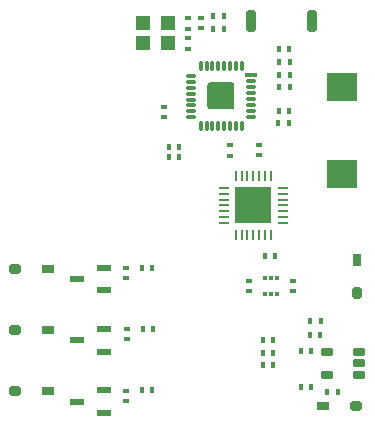
<source format=gbp>
G04*
G04 #@! TF.GenerationSoftware,Altium Limited,Altium Designer,23.4.1 (23)*
G04*
G04 Layer_Color=128*
%FSLAX25Y25*%
%MOIN*%
G70*
G04*
G04 #@! TF.SameCoordinates,8CB6A174-BB40-4334-975E-19112FE07875*
G04*
G04*
G04 #@! TF.FilePolarity,Positive*
G04*
G01*
G75*
%ADD42R,0.01575X0.01968*%
%ADD43R,0.01968X0.01575*%
%ADD44R,0.01181X0.01772*%
%ADD45R,0.03937X0.01181*%
%ADD46O,0.03937X0.01181*%
%ADD47O,0.01181X0.03937*%
G04:AMPARAMS|DCode=48|XSize=90mil|YSize=90mil|CornerRadius=9mil|HoleSize=0mil|Usage=FLASHONLY|Rotation=180.000|XOffset=0mil|YOffset=0mil|HoleType=Round|Shape=RoundedRectangle|*
%AMROUNDEDRECTD48*
21,1,0.09000,0.07200,0,0,180.0*
21,1,0.07200,0.09000,0,0,180.0*
1,1,0.01800,-0.03600,0.03600*
1,1,0.01800,0.03600,0.03600*
1,1,0.01800,0.03600,-0.03600*
1,1,0.01800,-0.03600,-0.03600*
%
%ADD48ROUNDEDRECTD48*%
G04:AMPARAMS|DCode=49|XSize=39.37mil|YSize=31.5mil|CornerRadius=0mil|HoleSize=0mil|Usage=FLASHONLY|Rotation=180.000|XOffset=0mil|YOffset=0mil|HoleType=Round|Shape=Octagon|*
%AMOCTAGOND49*
4,1,8,-0.01968,0.00787,-0.01968,-0.00787,-0.01181,-0.01575,0.01181,-0.01575,0.01968,-0.00787,0.01968,0.00787,0.01181,0.01575,-0.01181,0.01575,-0.01968,0.00787,0.0*
%
%ADD49OCTAGOND49*%

%ADD50R,0.03937X0.03150*%
%ADD51R,0.04724X0.01968*%
%ADD52R,0.10236X0.09449*%
%ADD53R,0.05118X0.04724*%
%ADD54O,0.03740X0.00787*%
%ADD55O,0.00787X0.03740*%
%ADD56R,0.12323X0.12323*%
G04:AMPARAMS|DCode=57|XSize=39.37mil|YSize=31.5mil|CornerRadius=0mil|HoleSize=0mil|Usage=FLASHONLY|Rotation=270.000|XOffset=0mil|YOffset=0mil|HoleType=Round|Shape=Octagon|*
%AMOCTAGOND57*
4,1,8,-0.00787,-0.01968,0.00787,-0.01968,0.01575,-0.01181,0.01575,0.01181,0.00787,0.01968,-0.00787,0.01968,-0.01575,0.01181,-0.01575,-0.01181,-0.00787,-0.01968,0.0*
%
%ADD57OCTAGOND57*%

%ADD58R,0.03150X0.03937*%
G04:AMPARAMS|DCode=59|XSize=31.5mil|YSize=70.87mil|CornerRadius=7.87mil|HoleSize=0mil|Usage=FLASHONLY|Rotation=0.000|XOffset=0mil|YOffset=0mil|HoleType=Round|Shape=RoundedRectangle|*
%AMROUNDEDRECTD59*
21,1,0.03150,0.05512,0,0,0.0*
21,1,0.01575,0.07087,0,0,0.0*
1,1,0.01575,0.00787,-0.02756*
1,1,0.01575,-0.00787,-0.02756*
1,1,0.01575,-0.00787,0.02756*
1,1,0.01575,0.00787,0.02756*
%
%ADD59ROUNDEDRECTD59*%
G04:AMPARAMS|DCode=60|XSize=23.62mil|YSize=39.37mil|CornerRadius=2.01mil|HoleSize=0mil|Usage=FLASHONLY|Rotation=90.000|XOffset=0mil|YOffset=0mil|HoleType=Round|Shape=RoundedRectangle|*
%AMROUNDEDRECTD60*
21,1,0.02362,0.03535,0,0,90.0*
21,1,0.01961,0.03937,0,0,90.0*
1,1,0.00402,0.01768,0.00980*
1,1,0.00402,0.01768,-0.00980*
1,1,0.00402,-0.01768,-0.00980*
1,1,0.00402,-0.01768,0.00980*
%
%ADD60ROUNDEDRECTD60*%
D42*
X103771Y-23600D02*
D03*
X100425Y-23600D02*
D03*
X103771Y-27100D02*
D03*
X100425Y-27100D02*
D03*
X147675Y-91800D02*
D03*
X144329D02*
D03*
X131725Y-92300D02*
D03*
X135071Y-92300D02*
D03*
X131725Y-96500D02*
D03*
X135071Y-96500D02*
D03*
X131725Y-88100D02*
D03*
X135071Y-88100D02*
D03*
X91525Y-63900D02*
D03*
X94871Y-63900D02*
D03*
X118771Y15500D02*
D03*
X115228Y15500D02*
D03*
X118771Y20000D02*
D03*
X115228Y20000D02*
D03*
X137129Y450D02*
D03*
X140672Y450D02*
D03*
X132529Y-59900D02*
D03*
X135875Y-59900D02*
D03*
X95071Y-84500D02*
D03*
X91725Y-84500D02*
D03*
X94771Y-104800D02*
D03*
X91425D02*
D03*
X140472Y-15800D02*
D03*
X136929Y-15800D02*
D03*
X140471Y-11600D02*
D03*
X137125Y-11600D02*
D03*
X137225Y8900D02*
D03*
X140571D02*
D03*
X137129Y4600D02*
D03*
X140672Y4600D02*
D03*
X137129Y-3700D02*
D03*
X140672Y-3700D02*
D03*
X144329Y-103600D02*
D03*
X147675D02*
D03*
X153128Y-105300D02*
D03*
X156671Y-105300D02*
D03*
X150972Y-86300D02*
D03*
X147429Y-86300D02*
D03*
X151072Y-81700D02*
D03*
X147529Y-81700D02*
D03*
D43*
X127100Y-68229D02*
D03*
X127100Y-71575D02*
D03*
X141700Y-71671D02*
D03*
X141700Y-68325D02*
D03*
X86200Y-67275D02*
D03*
Y-63929D02*
D03*
X130600Y-26475D02*
D03*
X130600Y-23129D02*
D03*
X106913Y15729D02*
D03*
X106913Y19272D02*
D03*
X106912Y12571D02*
D03*
X106913Y9028D02*
D03*
X98900Y-13771D02*
D03*
X98900Y-10228D02*
D03*
X120800Y-23029D02*
D03*
X120800Y-26572D02*
D03*
X86400Y-84429D02*
D03*
Y-87775D02*
D03*
X86000Y-104929D02*
D03*
Y-108275D02*
D03*
X111113Y19200D02*
D03*
X111113Y15854D02*
D03*
D44*
X136469Y-67354D02*
D03*
X134500Y-67354D02*
D03*
X132532D02*
D03*
X132532Y-72669D02*
D03*
X134500D02*
D03*
X136469D02*
D03*
D45*
X127853Y192D02*
D03*
D46*
Y-1777D02*
D03*
Y-3746D02*
D03*
Y-5715D02*
D03*
Y-7684D02*
D03*
Y-9653D02*
D03*
Y-11622D02*
D03*
Y-13591D02*
D03*
X107947Y-13788D02*
D03*
Y-11819D02*
D03*
Y-9850D02*
D03*
Y-7881D02*
D03*
Y-5912D02*
D03*
Y-3943D02*
D03*
Y-1974D02*
D03*
Y-5D02*
D03*
D47*
X124792Y-16653D02*
D03*
X122822D02*
D03*
X120853D02*
D03*
X118885D02*
D03*
X116916D02*
D03*
X114946D02*
D03*
X112978D02*
D03*
X111009D02*
D03*
Y3253D02*
D03*
X112978D02*
D03*
X114946D02*
D03*
X116916D02*
D03*
X118885D02*
D03*
X120853D02*
D03*
X122822D02*
D03*
X124792D02*
D03*
D48*
X117900Y-6700D02*
D03*
D49*
X49088Y-84850D02*
D03*
Y-64500D02*
D03*
Y-105200D02*
D03*
X162812Y-110100D02*
D03*
D50*
X60112Y-84850D02*
D03*
Y-64500D02*
D03*
Y-105200D02*
D03*
X151788Y-110100D02*
D03*
D51*
X69900Y-67700D02*
D03*
X78900Y-71440D02*
D03*
Y-63960D02*
D03*
Y-84410D02*
D03*
Y-91890D02*
D03*
X69900Y-88150D02*
D03*
X78900Y-104860D02*
D03*
Y-112340D02*
D03*
X69900Y-108600D02*
D03*
D52*
X158300Y-3830D02*
D03*
Y-32570D02*
D03*
D53*
X100234Y17646D02*
D03*
X91966D02*
D03*
Y10954D02*
D03*
X100234D02*
D03*
D54*
X138344Y-37295D02*
D03*
Y-39263D02*
D03*
Y-41232D02*
D03*
Y-43200D02*
D03*
Y-45169D02*
D03*
Y-47137D02*
D03*
Y-49106D02*
D03*
X118856D02*
D03*
Y-47137D02*
D03*
Y-45169D02*
D03*
Y-43200D02*
D03*
Y-41232D02*
D03*
Y-39263D02*
D03*
Y-37295D02*
D03*
D55*
X134505Y-52944D02*
D03*
X132537D02*
D03*
X130569D02*
D03*
X128600D02*
D03*
X126631D02*
D03*
X124663D02*
D03*
X122695D02*
D03*
Y-33456D02*
D03*
X124663D02*
D03*
X126631D02*
D03*
X128600D02*
D03*
X130569D02*
D03*
X132537D02*
D03*
X134505D02*
D03*
D56*
X128600Y-43200D02*
D03*
D57*
X163200Y-72512D02*
D03*
D58*
Y-61488D02*
D03*
D59*
X147991Y18200D02*
D03*
X127900D02*
D03*
D60*
X153100Y-92120D02*
D03*
Y-99600D02*
D03*
X163927D02*
D03*
X163927Y-95860D02*
D03*
X163927Y-92120D02*
D03*
M02*

</source>
